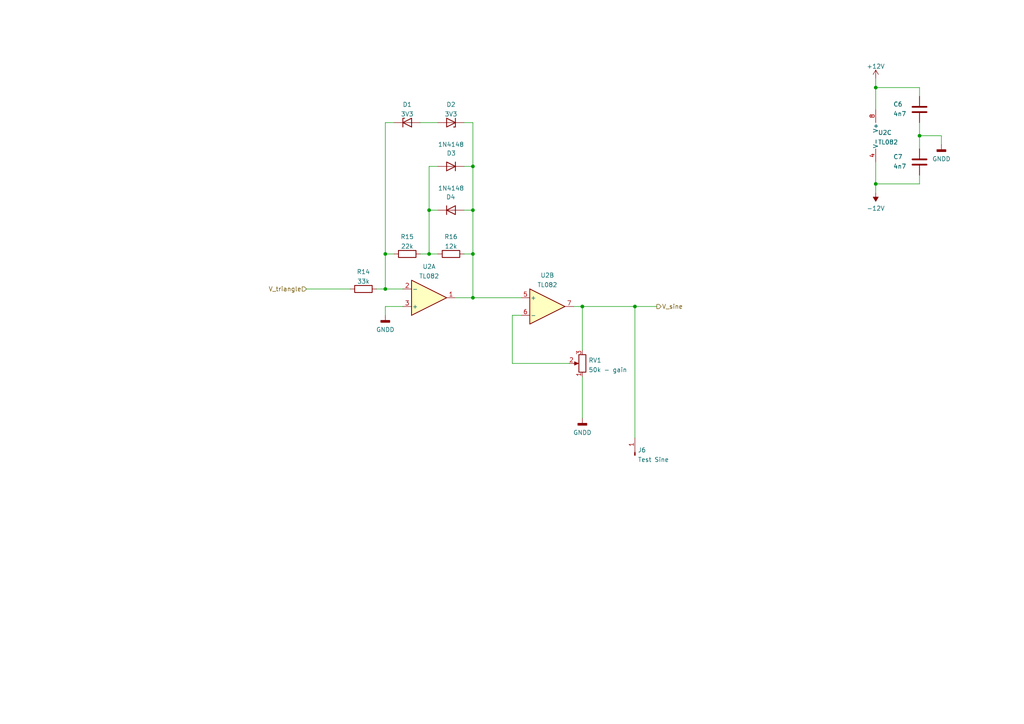
<source format=kicad_sch>
(kicad_sch (version 20211123) (generator eeschema)
  (paper "A4")
  (title_block (title "FGVCO - Core 2") (date "2022-05-31") (company "Gottardo Filippo"))
  (lib_symbols
    (symbol "Amplifier_Operational:TL082" (pin_names (offset 0.127))
      (property "Reference" "U" (at 0 5.08 0))
      (property "Value" "TL082" (at 0 -5.08 0))
      (symbol "TL082_1_1"
        (polyline (pts (xy -5.08 5.08) (xy 5.08 0) (xy -5.08 -5.08) (xy -5.08 5.08)) (stroke (width 0.254)) (fill (type background)))
        (pin output line (at 7.62 0 180) (length 2.54) (name "~") (number "1"))
        (pin input line (at -7.62 -2.54 0) (length 2.54) (name "-") (number "2"))
        (pin input line (at -7.62 2.54 0) (length 2.54) (name "+") (number "3"))
      )
      (symbol "TL082_2_1"
        (polyline (pts (xy -5.08 5.08) (xy 5.08 0) (xy -5.08 -5.08) (xy -5.08 5.08)) (stroke (width 0.254)) (fill (type background)))
        (pin input line (at -7.62 2.54 0) (length 2.54) (name "+") (number "5"))
        (pin input line (at -7.62 -2.54 0) (length 2.54) (name "-") (number "6"))
        (pin output line (at 7.62 0 180) (length 2.54) (name "~") (number "7"))
      )
      (symbol "TL082_3_1"
        (pin power_in line (at -2.54 -7.62 90) (length 3.81) (name "V-") (number "4"))
        (pin power_in line (at -2.54 7.62 270) (length 3.81) (name "V+") (number "8"))
      )
    )
    (symbol "Connector:Conn_01x01_Male" (pin_names (offset 1.016) hide)
      (property "Reference" "J" (at 0 2.54 0))
      (property "Value" "Conn_01x01_Male" (at 0 -2.54 0))
      (symbol "Conn_01x01_Male_1_1"
        (polyline (pts (xy 1.27 0) (xy 0.8636 0)) (stroke (width 0.1524)))
        (rectangle (start 0.8636 0.127) (end 0 -0.127) (stroke (width 0.1524)) (fill (type outline)))
        (pin passive line (at 5.08 0 180) (length 3.81) (name "Pin_1") (number "1"))
      )
    )
    (symbol "Device:C" (pin_numbers hide) (pin_names (offset 0.254))
      (property "Reference" "C" (at 0.635 2.54 0))
      (property "Value" "C" (at 0.635 -2.54 0))
      (symbol "C_0_1"
        (polyline (pts (xy -2.032 -0.762) (xy 2.032 -0.762)) (stroke (width 0.508)))
        (polyline (pts (xy -2.032 0.762) (xy 2.032 0.762)) (stroke (width 0.508)))
      )
      (symbol "C_1_1"
        (pin passive line (at 0 3.81 270) (length 2.794) (name "~") (number "1"))
        (pin passive line (at 0 -3.81 90) (length 2.794) (name "~") (number "2"))
      )
    )
    (symbol "Device:D_Zener" (pin_numbers hide) (pin_names (offset 1.016) hide)
      (property "Reference" "D" (at 0 2.54 0))
      (property "Value" "D_Zener" (at 0 -2.54 0))
      (symbol "D_Zener_0_1"
        (polyline (pts (xy 1.27 0) (xy -1.27 0)))
        (polyline (pts (xy -1.27 -1.27) (xy -1.27 1.27) (xy -0.762 1.27)) (stroke (width 0.254)))
        (polyline (pts (xy 1.27 -1.27) (xy 1.27 1.27) (xy -1.27 0) (xy 1.27 -1.27)) (stroke (width 0.254)))
      )
      (symbol "D_Zener_1_1"
        (pin passive line (at -3.81 0 0) (length 2.54) (name "K") (number "1"))
        (pin passive line (at 3.81 0 180) (length 2.54) (name "A") (number "2"))
      )
    )
    (symbol "Device:R" (pin_numbers hide) (pin_names (offset 0))
      (property "Reference" "R" (at 2.032 0 90))
      (property "Value" "R" (at 0 0 90))
      (symbol "R_0_1"
        (rectangle (start -1.016 -2.54) (end 1.016 2.54) (stroke (width 0.254)))
      )
      (symbol "R_1_1"
        (pin passive line (at 0 3.81 270) (length 1.27) (name "~") (number "1"))
        (pin passive line (at 0 -3.81 90) (length 1.27) (name "~") (number "2"))
      )
    )
    (symbol "Device:R_Potentiometer" (pin_names (offset 1.016) hide)
      (property "Reference" "RV" (at -4.445 0 90))
      (property "Value" "R_Potentiometer" (at -2.54 0 90))
      (symbol "R_Potentiometer_0_1"
        (polyline (pts (xy 2.54 0) (xy 1.524 0)))
        (polyline (pts (xy 1.143 0) (xy 2.286 0.508) (xy 2.286 -0.508) (xy 1.143 0)) (fill (type outline)))
        (rectangle (start 1.016 2.54) (end -1.016 -2.54) (stroke (width 0.254)))
      )
      (symbol "R_Potentiometer_1_1"
        (pin passive line (at 0 3.81 270) (length 1.27) (name "1") (number "1"))
        (pin passive line (at 3.81 0 180) (length 1.27) (name "2") (number "2"))
        (pin passive line (at 0 -3.81 90) (length 1.27) (name "3") (number "3"))
      )
    )
    (symbol "Diode:1N4148" (pin_numbers hide) (pin_names (offset 1.016) hide)
      (property "Reference" "D" (at 0 2.54 0))
      (property "Value" "1N4148" (at 0 -2.54 0))
      (symbol "1N4148_0_1"
        (polyline (pts (xy -1.27 1.27) (xy -1.27 -1.27)) (stroke (width 0.254)))
        (polyline (pts (xy 1.27 0) (xy -1.27 0)))
        (polyline (pts (xy 1.27 1.27) (xy 1.27 -1.27) (xy -1.27 0) (xy 1.27 1.27)) (stroke (width 0.254)))
      )
      (symbol "1N4148_1_1"
        (pin passive line (at -3.81 0 0) (length 2.54) (name "K") (number "1"))
        (pin passive line (at 3.81 0 180) (length 2.54) (name "A") (number "2"))
      )
    )
    (symbol "power:+12V" (power) (pin_names (offset 0))
      (property "Value" "+12V" (at 0 3.556 0))
      (symbol "+12V_0_1"
        (polyline (pts (xy -0.762 1.27) (xy 0 2.54)))
        (polyline (pts (xy 0 0) (xy 0 2.54)))
        (polyline (pts (xy 0 2.54) (xy 0.762 1.27)))
      )
      (symbol "+12V_1_1"
        (pin power_in line (at 0 0 90) (length 0) hide (name "+12V") (number "1"))
      )
    )
    (symbol "power:-12V" (power) (pin_names (offset 0))
      (property "Value" "-12V" (at 0 3.81 0))
      (symbol "-12V_0_0"
        (pin power_in line (at 0 0 90) (length 0) hide (name "-12V") (number "1"))
      )
      (symbol "-12V_0_1"
        (polyline (pts (xy 0 0) (xy 0 1.27) (xy 0.762 1.27) (xy 0 2.54) (xy -0.762 1.27) (xy 0 1.27)) (fill (type outline)))
      )
    )
    (symbol "power:GNDD" (power) (pin_names (offset 0))
      (property "Value" "GNDD" (at 0 -3.175 0))
      (symbol "GNDD_0_1"
        (rectangle (start -1.27 -1.524) (end 1.27 -2.032) (stroke (width 0.254)) (fill (type outline)))
        (polyline (pts (xy 0 0) (xy 0 -1.524)))
      )
      (symbol "GNDD_1_1"
        (pin power_in line (at 0 0 270) (length 0) hide (name "GNDD") (number "1"))
      )
    )
  )
  (junction (at 124.46 60.96))
  (junction (at 137.16 48.26))
  (junction (at 137.16 73.66))
  (junction (at 137.16 60.96))
  (junction (at 137.16 86.36))
  (junction (at 111.76 83.82))
  (junction (at 184.15 88.9))
  (junction (at 266.7 39.37))
  (junction (at 124.46 73.66))
  (junction (at 111.76 73.66))
  (junction (at 254 25.4))
  (junction (at 254 53.34))
  (junction (at 168.91 88.9))
  (wire (pts (xy 254 22.86) (xy 254 25.4)))
  (wire (pts (xy 124.46 60.96) (xy 124.46 73.66)))
  (wire (pts (xy 166.37 88.9) (xy 168.91 88.9)))
  (wire (pts (xy 266.7 53.34) (xy 266.7 50.8)))
  (wire (pts (xy 116.84 88.9) (xy 111.76 88.9)))
  (wire (pts (xy 266.7 25.4) (xy 266.7 27.94)))
  (wire (pts (xy 273.05 39.37) (xy 266.7 39.37)))
  (wire (pts (xy 151.13 91.44) (xy 148.59 91.44)))
  (wire (pts (xy 111.76 88.9) (xy 111.76 91.44)))
  (wire (pts (xy 114.3 35.56) (xy 111.76 35.56)))
  (wire (pts (xy 254 46.99) (xy 254 53.34)))
  (wire (pts (xy 184.15 88.9) (xy 184.15 127)))
  (wire (pts (xy 124.46 60.96) (xy 127 60.96)))
  (wire (pts (xy 124.46 48.26) (xy 124.46 60.96)))
  (wire (pts (xy 109.22 83.82) (xy 111.76 83.82)))
  (wire (pts (xy 111.76 73.66) (xy 111.76 83.82)))
  (wire (pts (xy 121.92 35.56) (xy 127 35.56)))
  (wire (pts (xy 137.16 48.26) (xy 137.16 60.96)))
  (wire (pts (xy 273.05 41.91) (xy 273.05 39.37)))
  (wire (pts (xy 148.59 105.41) (xy 165.1 105.41)))
  (wire (pts (xy 121.92 73.66) (xy 124.46 73.66)))
  (wire (pts (xy 124.46 73.66) (xy 127 73.66)))
  (wire (pts (xy 137.16 86.36) (xy 151.13 86.36)))
  (wire (pts (xy 168.91 88.9) (xy 168.91 101.6)))
  (wire (pts (xy 114.3 73.66) (xy 111.76 73.66)))
  (wire (pts (xy 254 53.34) (xy 266.7 53.34)))
  (wire (pts (xy 168.91 109.22) (xy 168.91 121.285)))
  (wire (pts (xy 148.59 91.44) (xy 148.59 105.41)))
  (wire (pts (xy 134.62 60.96) (xy 137.16 60.96)))
  (wire (pts (xy 127 48.26) (xy 124.46 48.26)))
  (wire (pts (xy 132.08 86.36) (xy 137.16 86.36)))
  (wire (pts (xy 254 25.4) (xy 266.7 25.4)))
  (wire (pts (xy 134.62 48.26) (xy 137.16 48.26)))
  (wire (pts (xy 111.76 35.56) (xy 111.76 73.66)))
  (wire (pts (xy 137.16 35.56) (xy 137.16 48.26)))
  (wire (pts (xy 134.62 35.56) (xy 137.16 35.56)))
  (wire (pts (xy 184.15 88.9) (xy 190.5 88.9)))
  (wire (pts (xy 88.9 83.82) (xy 101.6 83.82)))
  (wire (pts (xy 137.16 73.66) (xy 137.16 86.36)))
  (wire (pts (xy 137.16 60.96) (xy 137.16 73.66)))
  (wire (pts (xy 254 25.4) (xy 254 31.75)))
  (wire (pts (xy 168.91 88.9) (xy 184.15 88.9)))
  (wire (pts (xy 266.7 39.37) (xy 266.7 43.18)))
  (wire (pts (xy 254 53.34) (xy 254 55.88)))
  (wire (pts (xy 134.62 73.66) (xy 137.16 73.66)))
  (wire (pts (xy 266.7 35.56) (xy 266.7 39.37)))
  (wire (pts (xy 111.76 83.82) (xy 116.84 83.82)))
  (hierarchical_label "V_triangle" (shape input) (at 88.9 83.82 180))
  (hierarchical_label "V_sine" (shape output) (at 190.5 88.9 0))
  (symbol (lib_id "power:-12V") (at 254 55.88 180) (unit 1)
    (property "Reference" "#PWR02" (effects hide))
    (property "Value" "-12V" (at 254 60.4425 0))
  )
  (symbol (lib_id "Device:R") (at 105.41 83.82 90) (unit 1)
    (property "Reference" "R14" (at 105.41 78.8375 90))
    (property "Value" "33k" (at 105.41 81.6126 90))
    (property "Footprint" "Resistor_THT:R_Axial_DIN0207_L6.3mm_D2.5mm_P10.16mm_Horizontal" (effects hide))
  )
  (symbol (lib_id "Connector:Conn_01x01_Male") (at 184.15 132.08 90) (unit 1)
    (property "Reference" "J6" (at 184.9882 130.5365 90) (effects (justify right)))
    (property "Value" "Test Sine" (at 184.9882 133.3116 90) (effects (justify right)))
    (property "Footprint" "Connector_PinHeader_2.54mm:PinHeader_1x01_P2.54mm_Vertical" (effects hide))
  )
  (symbol (lib_id "Amplifier_Operational:TL082") (at 256.54 39.37 0) (unit 3)
    (property "Reference" "U2" (at 254.635 38.4615 0) (effects (justify left)))
    (property "Value" "TL082" (at 254.635 41.2366 0) (effects (justify left)))
    (property "Footprint" "Custom Footprints:DIP-8_central_caps" (effects hide))
    (property "Datasheet" "http://www.ti.com/lit/ds/symlink/tl081.pdf" (effects hide))
  )
  (symbol (lib_id "Device:R") (at 130.81 73.66 90) (unit 1)
    (property "Reference" "R16" (at 130.81 68.6775 90))
    (property "Value" "12k" (at 130.81 71.4526 90))
    (property "Footprint" "Resistor_THT:R_Axial_DIN0207_L6.3mm_D2.5mm_P10.16mm_Horizontal" (effects hide))
  )
  (symbol (lib_id "Device:C") (at 266.7 46.99 0) (unit 1)
    (property "Reference" "C7" (at 259.08 45.4849 0) (effects (justify left)))
    (property "Value" "4n7" (at 259.08 48.26 0) (effects (justify left)))
    (property "Footprint" "Custom Footprints:C_Disc_P2.54mm" (effects hide))
  )
  (symbol (lib_id "Diode:1N4148") (at 130.81 60.96 0) (unit 1)
    (property "Reference" "D4" (at 132.08 57.15 0) (effects (justify right)))
    (property "Value" "1N4148" (at 134.62 54.61 0) (effects (justify right)))
    (property "Footprint" "Diode_THT:D_DO-35_SOD27_P7.62mm_Horizontal" (effects hide))
    (property "Datasheet" "https://assets.nexperia.com/documents/data-sheet/1N4148_1N4448.pdf" (effects hide))
  )
  (symbol (lib_id "power:GNDD") (at 111.76 91.44 0) (unit 1)
    (property "Reference" "#PWR066" (effects hide))
    (property "Value" "GNDD" (at 111.76 95.6215 0))
  )
  (symbol (lib_id "power:GNDD") (at 273.05 41.91 0) (unit 1)
    (property "Reference" "#PWR011" (effects hide))
    (property "Value" "GNDD" (at 273.05 46.0915 0))
  )
  (symbol (lib_id "Device:R_Potentiometer") (at 168.91 105.41 180) (unit 1)
    (property "Reference" "RV1" (at 170.688 104.5015 0) (effects (justify right)))
    (property "Value" "50k - gain" (at 170.688 107.2766 0) (effects (justify right)))
  )
  (symbol (lib_id "power:+12V") (at 254 22.86 0) (unit 1)
    (property "Reference" "#PWR01" (effects hide))
    (property "Value" "+12V" (at 254 19.2555 0))
  )
  (symbol (lib_id "Device:D_Zener") (at 118.11 35.56 0) (unit 1)
    (property "Reference" "D1" (at 118.11 30.3235 0))
    (property "Value" "3V3" (at 118.11 33.0986 0))
    (property "Footprint" "Diode_THT:D_DO-35_SOD27_P7.62mm_Horizontal" (effects hide))
  )
  (symbol (lib_id "Device:R") (at 118.11 73.66 90) (unit 1)
    (property "Reference" "R15" (at 118.11 68.6775 90))
    (property "Value" "22k" (at 118.11 71.4526 90))
    (property "Footprint" "Resistor_THT:R_Axial_DIN0207_L6.3mm_D2.5mm_P10.16mm_Horizontal" (effects hide))
  )
  (symbol (lib_id "Diode:1N4148") (at 130.81 48.26 180) (unit 1)
    (property "Reference" "D3" (at 129.54 44.45 0) (effects (justify right)))
    (property "Value" "1N4148" (at 127 41.91 0) (effects (justify right)))
    (property "Footprint" "Diode_THT:D_DO-35_SOD27_P7.62mm_Horizontal" (effects hide))
    (property "Datasheet" "https://assets.nexperia.com/documents/data-sheet/1N4148_1N4448.pdf" (effects hide))
  )
  (symbol (lib_id "Device:C") (at 266.7 31.75 0) (unit 1)
    (property "Reference" "C6" (at 259.08 30.2449 0) (effects (justify left)))
    (property "Value" "4n7" (at 259.08 33.02 0) (effects (justify left)))
    (property "Footprint" "Custom Footprints:C_Disc_P2.54mm" (effects hide))
  )
  (symbol (lib_id "Amplifier_Operational:TL082") (at 124.46 86.36 0) (mirror x) (unit 1)
    (property "Reference" "U2" (at 124.46 77.3135 0))
    (property "Value" "TL082" (at 124.46 80.0886 0))
    (property "Footprint" "Custom Footprints:DIP-8_central_caps" (effects hide))
    (property "Datasheet" "http://www.ti.com/lit/ds/symlink/tl081.pdf" (effects hide))
  )
  (symbol (lib_id "Device:D_Zener") (at 130.81 35.56 180) (unit 1)
    (property "Reference" "D2" (at 130.81 30.3235 0))
    (property "Value" "3V3" (at 130.81 33.0986 0))
    (property "Footprint" "Diode_THT:D_DO-35_SOD27_P7.62mm_Horizontal" (effects hide))
  )
  (symbol (lib_id "power:GNDD") (at 168.91 121.285 0) (unit 1)
    (property "Reference" "#PWR067" (effects hide))
    (property "Value" "GNDD" (at 168.91 125.4665 0))
  )
  (symbol (lib_id "Amplifier_Operational:TL082") (at 158.75 88.9 0) (unit 2)
    (property "Reference" "U2" (at 158.75 79.8535 0))
    (property "Value" "TL082" (at 158.75 82.6286 0))
    (property "Footprint" "Custom Footprints:DIP-8_central_caps" (effects hide))
    (property "Datasheet" "http://www.ti.com/lit/ds/symlink/tl081.pdf" (effects hide))
  )
)
</source>
